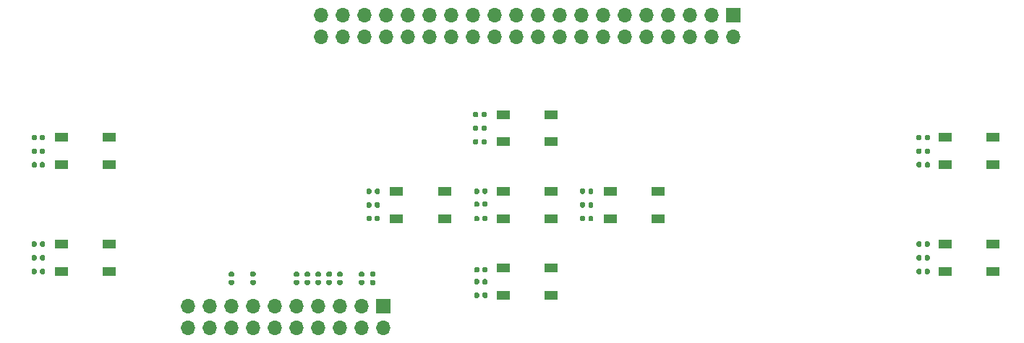
<source format=gbr>
%TF.GenerationSoftware,KiCad,Pcbnew,(5.1.6)-1*%
%TF.CreationDate,2020-11-03T20:56:16+09:00*%
%TF.ProjectId,FlightComputer-Keypad,466c6967-6874-4436-9f6d-70757465722d,rev?*%
%TF.SameCoordinates,Original*%
%TF.FileFunction,Soldermask,Top*%
%TF.FilePolarity,Negative*%
%FSLAX46Y46*%
G04 Gerber Fmt 4.6, Leading zero omitted, Abs format (unit mm)*
G04 Created by KiCad (PCBNEW (5.1.6)-1) date 2020-11-03 20:56:16*
%MOMM*%
%LPD*%
G01*
G04 APERTURE LIST*
%ADD10O,1.700000X1.700000*%
%ADD11R,1.700000X1.700000*%
%ADD12R,1.600000X1.000000*%
G04 APERTURE END LIST*
D10*
%TO.C,J2*%
X110395000Y-104430000D03*
X110395000Y-101890000D03*
X112935000Y-104430000D03*
X112935000Y-101890000D03*
X115475000Y-104430000D03*
X115475000Y-101890000D03*
X118015000Y-104430000D03*
X118015000Y-101890000D03*
X120555000Y-104430000D03*
X120555000Y-101890000D03*
X123095000Y-104430000D03*
X123095000Y-101890000D03*
X125635000Y-104430000D03*
X125635000Y-101890000D03*
X128175000Y-104430000D03*
X128175000Y-101890000D03*
X130715000Y-104430000D03*
X130715000Y-101890000D03*
X133255000Y-104430000D03*
D11*
X133255000Y-101890000D03*
%TD*%
D12*
%TO.C,SW3*%
X134825000Y-91650000D03*
X134825000Y-88450000D03*
X140425000Y-91650000D03*
X140425000Y-88450000D03*
%TD*%
%TO.C,SW9*%
X95575000Y-97850000D03*
X95575000Y-94650000D03*
X101175000Y-97850000D03*
X101175000Y-94650000D03*
%TD*%
%TO.C,SW8*%
X95575000Y-85350000D03*
X95575000Y-82150000D03*
X101175000Y-85350000D03*
X101175000Y-82150000D03*
%TD*%
%TO.C,SW7*%
X199075000Y-97850000D03*
X199075000Y-94650000D03*
X204675000Y-97850000D03*
X204675000Y-94650000D03*
%TD*%
%TO.C,SW6*%
X199075000Y-85350000D03*
X199075000Y-82150000D03*
X204675000Y-85350000D03*
X204675000Y-82150000D03*
%TD*%
%TO.C,SW5*%
X147325000Y-91650000D03*
X147325000Y-88450000D03*
X152925000Y-91650000D03*
X152925000Y-88450000D03*
%TD*%
%TO.C,SW4*%
X159825000Y-91650000D03*
X159825000Y-88450000D03*
X165425000Y-91650000D03*
X165425000Y-88450000D03*
%TD*%
%TO.C,SW2*%
X147325000Y-100650000D03*
X147325000Y-97450000D03*
X152925000Y-100650000D03*
X152925000Y-97450000D03*
%TD*%
%TO.C,SW1*%
X147325000Y-82650000D03*
X147325000Y-79450000D03*
X152925000Y-82650000D03*
X152925000Y-79450000D03*
%TD*%
%TO.C,R27*%
G36*
G01*
X124202500Y-98840000D02*
X124547500Y-98840000D01*
G75*
G02*
X124695000Y-98987500I0J-147500D01*
G01*
X124695000Y-99282500D01*
G75*
G02*
X124547500Y-99430000I-147500J0D01*
G01*
X124202500Y-99430000D01*
G75*
G02*
X124055000Y-99282500I0J147500D01*
G01*
X124055000Y-98987500D01*
G75*
G02*
X124202500Y-98840000I147500J0D01*
G01*
G37*
G36*
G01*
X124202500Y-97870000D02*
X124547500Y-97870000D01*
G75*
G02*
X124695000Y-98017500I0J-147500D01*
G01*
X124695000Y-98312500D01*
G75*
G02*
X124547500Y-98460000I-147500J0D01*
G01*
X124202500Y-98460000D01*
G75*
G02*
X124055000Y-98312500I0J147500D01*
G01*
X124055000Y-98017500D01*
G75*
G02*
X124202500Y-97870000I147500J0D01*
G01*
G37*
%TD*%
%TO.C,R26*%
G36*
G01*
X115312500Y-98840000D02*
X115657500Y-98840000D01*
G75*
G02*
X115805000Y-98987500I0J-147500D01*
G01*
X115805000Y-99282500D01*
G75*
G02*
X115657500Y-99430000I-147500J0D01*
G01*
X115312500Y-99430000D01*
G75*
G02*
X115165000Y-99282500I0J147500D01*
G01*
X115165000Y-98987500D01*
G75*
G02*
X115312500Y-98840000I147500J0D01*
G01*
G37*
G36*
G01*
X115312500Y-97870000D02*
X115657500Y-97870000D01*
G75*
G02*
X115805000Y-98017500I0J-147500D01*
G01*
X115805000Y-98312500D01*
G75*
G02*
X115657500Y-98460000I-147500J0D01*
G01*
X115312500Y-98460000D01*
G75*
G02*
X115165000Y-98312500I0J147500D01*
G01*
X115165000Y-98017500D01*
G75*
G02*
X115312500Y-97870000I147500J0D01*
G01*
G37*
%TD*%
%TO.C,R25*%
G36*
G01*
X117832500Y-98840000D02*
X118177500Y-98840000D01*
G75*
G02*
X118325000Y-98987500I0J-147500D01*
G01*
X118325000Y-99282500D01*
G75*
G02*
X118177500Y-99430000I-147500J0D01*
G01*
X117832500Y-99430000D01*
G75*
G02*
X117685000Y-99282500I0J147500D01*
G01*
X117685000Y-98987500D01*
G75*
G02*
X117832500Y-98840000I147500J0D01*
G01*
G37*
G36*
G01*
X117832500Y-97870000D02*
X118177500Y-97870000D01*
G75*
G02*
X118325000Y-98017500I0J-147500D01*
G01*
X118325000Y-98312500D01*
G75*
G02*
X118177500Y-98460000I-147500J0D01*
G01*
X117832500Y-98460000D01*
G75*
G02*
X117685000Y-98312500I0J147500D01*
G01*
X117685000Y-98017500D01*
G75*
G02*
X117832500Y-97870000I147500J0D01*
G01*
G37*
%TD*%
%TO.C,R24*%
G36*
G01*
X122922500Y-98840000D02*
X123267500Y-98840000D01*
G75*
G02*
X123415000Y-98987500I0J-147500D01*
G01*
X123415000Y-99282500D01*
G75*
G02*
X123267500Y-99430000I-147500J0D01*
G01*
X122922500Y-99430000D01*
G75*
G02*
X122775000Y-99282500I0J147500D01*
G01*
X122775000Y-98987500D01*
G75*
G02*
X122922500Y-98840000I147500J0D01*
G01*
G37*
G36*
G01*
X122922500Y-97870000D02*
X123267500Y-97870000D01*
G75*
G02*
X123415000Y-98017500I0J-147500D01*
G01*
X123415000Y-98312500D01*
G75*
G02*
X123267500Y-98460000I-147500J0D01*
G01*
X122922500Y-98460000D01*
G75*
G02*
X122775000Y-98312500I0J147500D01*
G01*
X122775000Y-98017500D01*
G75*
G02*
X122922500Y-97870000I147500J0D01*
G01*
G37*
%TD*%
%TO.C,R23*%
G36*
G01*
X125477500Y-98840000D02*
X125822500Y-98840000D01*
G75*
G02*
X125970000Y-98987500I0J-147500D01*
G01*
X125970000Y-99282500D01*
G75*
G02*
X125822500Y-99430000I-147500J0D01*
G01*
X125477500Y-99430000D01*
G75*
G02*
X125330000Y-99282500I0J147500D01*
G01*
X125330000Y-98987500D01*
G75*
G02*
X125477500Y-98840000I147500J0D01*
G01*
G37*
G36*
G01*
X125477500Y-97870000D02*
X125822500Y-97870000D01*
G75*
G02*
X125970000Y-98017500I0J-147500D01*
G01*
X125970000Y-98312500D01*
G75*
G02*
X125822500Y-98460000I-147500J0D01*
G01*
X125477500Y-98460000D01*
G75*
G02*
X125330000Y-98312500I0J147500D01*
G01*
X125330000Y-98017500D01*
G75*
G02*
X125477500Y-97870000I147500J0D01*
G01*
G37*
%TD*%
%TO.C,R22*%
G36*
G01*
X128002500Y-98840000D02*
X128347500Y-98840000D01*
G75*
G02*
X128495000Y-98987500I0J-147500D01*
G01*
X128495000Y-99282500D01*
G75*
G02*
X128347500Y-99430000I-147500J0D01*
G01*
X128002500Y-99430000D01*
G75*
G02*
X127855000Y-99282500I0J147500D01*
G01*
X127855000Y-98987500D01*
G75*
G02*
X128002500Y-98840000I147500J0D01*
G01*
G37*
G36*
G01*
X128002500Y-97870000D02*
X128347500Y-97870000D01*
G75*
G02*
X128495000Y-98017500I0J-147500D01*
G01*
X128495000Y-98312500D01*
G75*
G02*
X128347500Y-98460000I-147500J0D01*
G01*
X128002500Y-98460000D01*
G75*
G02*
X127855000Y-98312500I0J147500D01*
G01*
X127855000Y-98017500D01*
G75*
G02*
X128002500Y-97870000I147500J0D01*
G01*
G37*
%TD*%
%TO.C,R21*%
G36*
G01*
X130552500Y-98850000D02*
X130897500Y-98850000D01*
G75*
G02*
X131045000Y-98997500I0J-147500D01*
G01*
X131045000Y-99292500D01*
G75*
G02*
X130897500Y-99440000I-147500J0D01*
G01*
X130552500Y-99440000D01*
G75*
G02*
X130405000Y-99292500I0J147500D01*
G01*
X130405000Y-98997500D01*
G75*
G02*
X130552500Y-98850000I147500J0D01*
G01*
G37*
G36*
G01*
X130552500Y-97880000D02*
X130897500Y-97880000D01*
G75*
G02*
X131045000Y-98027500I0J-147500D01*
G01*
X131045000Y-98322500D01*
G75*
G02*
X130897500Y-98470000I-147500J0D01*
G01*
X130552500Y-98470000D01*
G75*
G02*
X130405000Y-98322500I0J147500D01*
G01*
X130405000Y-98027500D01*
G75*
G02*
X130552500Y-97880000I147500J0D01*
G01*
G37*
%TD*%
%TO.C,R20*%
G36*
G01*
X132197500Y-98460000D02*
X131852500Y-98460000D01*
G75*
G02*
X131705000Y-98312500I0J147500D01*
G01*
X131705000Y-98017500D01*
G75*
G02*
X131852500Y-97870000I147500J0D01*
G01*
X132197500Y-97870000D01*
G75*
G02*
X132345000Y-98017500I0J-147500D01*
G01*
X132345000Y-98312500D01*
G75*
G02*
X132197500Y-98460000I-147500J0D01*
G01*
G37*
G36*
G01*
X132197500Y-99430000D02*
X131852500Y-99430000D01*
G75*
G02*
X131705000Y-99282500I0J147500D01*
G01*
X131705000Y-98987500D01*
G75*
G02*
X131852500Y-98840000I147500J0D01*
G01*
X132197500Y-98840000D01*
G75*
G02*
X132345000Y-98987500I0J-147500D01*
G01*
X132345000Y-99282500D01*
G75*
G02*
X132197500Y-99430000I-147500J0D01*
G01*
G37*
%TD*%
%TO.C,R19*%
G36*
G01*
X126752500Y-98840000D02*
X127097500Y-98840000D01*
G75*
G02*
X127245000Y-98987500I0J-147500D01*
G01*
X127245000Y-99282500D01*
G75*
G02*
X127097500Y-99430000I-147500J0D01*
G01*
X126752500Y-99430000D01*
G75*
G02*
X126605000Y-99282500I0J147500D01*
G01*
X126605000Y-98987500D01*
G75*
G02*
X126752500Y-98840000I147500J0D01*
G01*
G37*
G36*
G01*
X126752500Y-97870000D02*
X127097500Y-97870000D01*
G75*
G02*
X127245000Y-98017500I0J-147500D01*
G01*
X127245000Y-98312500D01*
G75*
G02*
X127097500Y-98460000I-147500J0D01*
G01*
X126752500Y-98460000D01*
G75*
G02*
X126605000Y-98312500I0J147500D01*
G01*
X126605000Y-98017500D01*
G75*
G02*
X126752500Y-97870000I147500J0D01*
G01*
G37*
%TD*%
%TO.C,R18*%
G36*
G01*
X93065000Y-96422500D02*
X93065000Y-96077500D01*
G75*
G02*
X93212500Y-95930000I147500J0D01*
G01*
X93507500Y-95930000D01*
G75*
G02*
X93655000Y-96077500I0J-147500D01*
G01*
X93655000Y-96422500D01*
G75*
G02*
X93507500Y-96570000I-147500J0D01*
G01*
X93212500Y-96570000D01*
G75*
G02*
X93065000Y-96422500I0J147500D01*
G01*
G37*
G36*
G01*
X92095000Y-96422500D02*
X92095000Y-96077500D01*
G75*
G02*
X92242500Y-95930000I147500J0D01*
G01*
X92537500Y-95930000D01*
G75*
G02*
X92685000Y-96077500I0J-147500D01*
G01*
X92685000Y-96422500D01*
G75*
G02*
X92537500Y-96570000I-147500J0D01*
G01*
X92242500Y-96570000D01*
G75*
G02*
X92095000Y-96422500I0J147500D01*
G01*
G37*
%TD*%
%TO.C,R17*%
G36*
G01*
X93065000Y-83922500D02*
X93065000Y-83577500D01*
G75*
G02*
X93212500Y-83430000I147500J0D01*
G01*
X93507500Y-83430000D01*
G75*
G02*
X93655000Y-83577500I0J-147500D01*
G01*
X93655000Y-83922500D01*
G75*
G02*
X93507500Y-84070000I-147500J0D01*
G01*
X93212500Y-84070000D01*
G75*
G02*
X93065000Y-83922500I0J147500D01*
G01*
G37*
G36*
G01*
X92095000Y-83922500D02*
X92095000Y-83577500D01*
G75*
G02*
X92242500Y-83430000I147500J0D01*
G01*
X92537500Y-83430000D01*
G75*
G02*
X92685000Y-83577500I0J-147500D01*
G01*
X92685000Y-83922500D01*
G75*
G02*
X92537500Y-84070000I-147500J0D01*
G01*
X92242500Y-84070000D01*
G75*
G02*
X92095000Y-83922500I0J147500D01*
G01*
G37*
%TD*%
%TO.C,R16*%
G36*
G01*
X196665000Y-96422500D02*
X196665000Y-96077500D01*
G75*
G02*
X196812500Y-95930000I147500J0D01*
G01*
X197107500Y-95930000D01*
G75*
G02*
X197255000Y-96077500I0J-147500D01*
G01*
X197255000Y-96422500D01*
G75*
G02*
X197107500Y-96570000I-147500J0D01*
G01*
X196812500Y-96570000D01*
G75*
G02*
X196665000Y-96422500I0J147500D01*
G01*
G37*
G36*
G01*
X195695000Y-96422500D02*
X195695000Y-96077500D01*
G75*
G02*
X195842500Y-95930000I147500J0D01*
G01*
X196137500Y-95930000D01*
G75*
G02*
X196285000Y-96077500I0J-147500D01*
G01*
X196285000Y-96422500D01*
G75*
G02*
X196137500Y-96570000I-147500J0D01*
G01*
X195842500Y-96570000D01*
G75*
G02*
X195695000Y-96422500I0J147500D01*
G01*
G37*
%TD*%
%TO.C,R15*%
G36*
G01*
X196665000Y-83922500D02*
X196665000Y-83577500D01*
G75*
G02*
X196812500Y-83430000I147500J0D01*
G01*
X197107500Y-83430000D01*
G75*
G02*
X197255000Y-83577500I0J-147500D01*
G01*
X197255000Y-83922500D01*
G75*
G02*
X197107500Y-84070000I-147500J0D01*
G01*
X196812500Y-84070000D01*
G75*
G02*
X196665000Y-83922500I0J147500D01*
G01*
G37*
G36*
G01*
X195695000Y-83922500D02*
X195695000Y-83577500D01*
G75*
G02*
X195842500Y-83430000I147500J0D01*
G01*
X196137500Y-83430000D01*
G75*
G02*
X196285000Y-83577500I0J-147500D01*
G01*
X196285000Y-83922500D01*
G75*
G02*
X196137500Y-84070000I-147500J0D01*
G01*
X195842500Y-84070000D01*
G75*
G02*
X195695000Y-83922500I0J147500D01*
G01*
G37*
%TD*%
%TO.C,R14*%
G36*
G01*
X92685000Y-94477500D02*
X92685000Y-94822500D01*
G75*
G02*
X92537500Y-94970000I-147500J0D01*
G01*
X92242500Y-94970000D01*
G75*
G02*
X92095000Y-94822500I0J147500D01*
G01*
X92095000Y-94477500D01*
G75*
G02*
X92242500Y-94330000I147500J0D01*
G01*
X92537500Y-94330000D01*
G75*
G02*
X92685000Y-94477500I0J-147500D01*
G01*
G37*
G36*
G01*
X93655000Y-94477500D02*
X93655000Y-94822500D01*
G75*
G02*
X93507500Y-94970000I-147500J0D01*
G01*
X93212500Y-94970000D01*
G75*
G02*
X93065000Y-94822500I0J147500D01*
G01*
X93065000Y-94477500D01*
G75*
G02*
X93212500Y-94330000I147500J0D01*
G01*
X93507500Y-94330000D01*
G75*
G02*
X93655000Y-94477500I0J-147500D01*
G01*
G37*
%TD*%
%TO.C,R13*%
G36*
G01*
X92685000Y-81977500D02*
X92685000Y-82322500D01*
G75*
G02*
X92537500Y-82470000I-147500J0D01*
G01*
X92242500Y-82470000D01*
G75*
G02*
X92095000Y-82322500I0J147500D01*
G01*
X92095000Y-81977500D01*
G75*
G02*
X92242500Y-81830000I147500J0D01*
G01*
X92537500Y-81830000D01*
G75*
G02*
X92685000Y-81977500I0J-147500D01*
G01*
G37*
G36*
G01*
X93655000Y-81977500D02*
X93655000Y-82322500D01*
G75*
G02*
X93507500Y-82470000I-147500J0D01*
G01*
X93212500Y-82470000D01*
G75*
G02*
X93065000Y-82322500I0J147500D01*
G01*
X93065000Y-81977500D01*
G75*
G02*
X93212500Y-81830000I147500J0D01*
G01*
X93507500Y-81830000D01*
G75*
G02*
X93655000Y-81977500I0J-147500D01*
G01*
G37*
%TD*%
%TO.C,R12*%
G36*
G01*
X196285000Y-94477500D02*
X196285000Y-94822500D01*
G75*
G02*
X196137500Y-94970000I-147500J0D01*
G01*
X195842500Y-94970000D01*
G75*
G02*
X195695000Y-94822500I0J147500D01*
G01*
X195695000Y-94477500D01*
G75*
G02*
X195842500Y-94330000I147500J0D01*
G01*
X196137500Y-94330000D01*
G75*
G02*
X196285000Y-94477500I0J-147500D01*
G01*
G37*
G36*
G01*
X197255000Y-94477500D02*
X197255000Y-94822500D01*
G75*
G02*
X197107500Y-94970000I-147500J0D01*
G01*
X196812500Y-94970000D01*
G75*
G02*
X196665000Y-94822500I0J147500D01*
G01*
X196665000Y-94477500D01*
G75*
G02*
X196812500Y-94330000I147500J0D01*
G01*
X197107500Y-94330000D01*
G75*
G02*
X197255000Y-94477500I0J-147500D01*
G01*
G37*
%TD*%
%TO.C,R11*%
G36*
G01*
X196285000Y-81977500D02*
X196285000Y-82322500D01*
G75*
G02*
X196137500Y-82470000I-147500J0D01*
G01*
X195842500Y-82470000D01*
G75*
G02*
X195695000Y-82322500I0J147500D01*
G01*
X195695000Y-81977500D01*
G75*
G02*
X195842500Y-81830000I147500J0D01*
G01*
X196137500Y-81830000D01*
G75*
G02*
X196285000Y-81977500I0J-147500D01*
G01*
G37*
G36*
G01*
X197255000Y-81977500D02*
X197255000Y-82322500D01*
G75*
G02*
X197107500Y-82470000I-147500J0D01*
G01*
X196812500Y-82470000D01*
G75*
G02*
X196665000Y-82322500I0J147500D01*
G01*
X196665000Y-81977500D01*
G75*
G02*
X196812500Y-81830000I147500J0D01*
G01*
X197107500Y-81830000D01*
G75*
G02*
X197255000Y-81977500I0J-147500D01*
G01*
G37*
%TD*%
%TO.C,R10*%
G36*
G01*
X144865000Y-90122500D02*
X144865000Y-89777500D01*
G75*
G02*
X145012500Y-89630000I147500J0D01*
G01*
X145307500Y-89630000D01*
G75*
G02*
X145455000Y-89777500I0J-147500D01*
G01*
X145455000Y-90122500D01*
G75*
G02*
X145307500Y-90270000I-147500J0D01*
G01*
X145012500Y-90270000D01*
G75*
G02*
X144865000Y-90122500I0J147500D01*
G01*
G37*
G36*
G01*
X143895000Y-90122500D02*
X143895000Y-89777500D01*
G75*
G02*
X144042500Y-89630000I147500J0D01*
G01*
X144337500Y-89630000D01*
G75*
G02*
X144485000Y-89777500I0J-147500D01*
G01*
X144485000Y-90122500D01*
G75*
G02*
X144337500Y-90270000I-147500J0D01*
G01*
X144042500Y-90270000D01*
G75*
G02*
X143895000Y-90122500I0J147500D01*
G01*
G37*
%TD*%
%TO.C,R9*%
G36*
G01*
X157265000Y-90222500D02*
X157265000Y-89877500D01*
G75*
G02*
X157412500Y-89730000I147500J0D01*
G01*
X157707500Y-89730000D01*
G75*
G02*
X157855000Y-89877500I0J-147500D01*
G01*
X157855000Y-90222500D01*
G75*
G02*
X157707500Y-90370000I-147500J0D01*
G01*
X157412500Y-90370000D01*
G75*
G02*
X157265000Y-90222500I0J147500D01*
G01*
G37*
G36*
G01*
X156295000Y-90222500D02*
X156295000Y-89877500D01*
G75*
G02*
X156442500Y-89730000I147500J0D01*
G01*
X156737500Y-89730000D01*
G75*
G02*
X156885000Y-89877500I0J-147500D01*
G01*
X156885000Y-90222500D01*
G75*
G02*
X156737500Y-90370000I-147500J0D01*
G01*
X156442500Y-90370000D01*
G75*
G02*
X156295000Y-90222500I0J147500D01*
G01*
G37*
%TD*%
%TO.C,R8*%
G36*
G01*
X132265000Y-90222500D02*
X132265000Y-89877500D01*
G75*
G02*
X132412500Y-89730000I147500J0D01*
G01*
X132707500Y-89730000D01*
G75*
G02*
X132855000Y-89877500I0J-147500D01*
G01*
X132855000Y-90222500D01*
G75*
G02*
X132707500Y-90370000I-147500J0D01*
G01*
X132412500Y-90370000D01*
G75*
G02*
X132265000Y-90222500I0J147500D01*
G01*
G37*
G36*
G01*
X131295000Y-90222500D02*
X131295000Y-89877500D01*
G75*
G02*
X131442500Y-89730000I147500J0D01*
G01*
X131737500Y-89730000D01*
G75*
G02*
X131885000Y-89877500I0J-147500D01*
G01*
X131885000Y-90222500D01*
G75*
G02*
X131737500Y-90370000I-147500J0D01*
G01*
X131442500Y-90370000D01*
G75*
G02*
X131295000Y-90222500I0J147500D01*
G01*
G37*
%TD*%
%TO.C,R7*%
G36*
G01*
X144865000Y-99222500D02*
X144865000Y-98877500D01*
G75*
G02*
X145012500Y-98730000I147500J0D01*
G01*
X145307500Y-98730000D01*
G75*
G02*
X145455000Y-98877500I0J-147500D01*
G01*
X145455000Y-99222500D01*
G75*
G02*
X145307500Y-99370000I-147500J0D01*
G01*
X145012500Y-99370000D01*
G75*
G02*
X144865000Y-99222500I0J147500D01*
G01*
G37*
G36*
G01*
X143895000Y-99222500D02*
X143895000Y-98877500D01*
G75*
G02*
X144042500Y-98730000I147500J0D01*
G01*
X144337500Y-98730000D01*
G75*
G02*
X144485000Y-98877500I0J-147500D01*
G01*
X144485000Y-99222500D01*
G75*
G02*
X144337500Y-99370000I-147500J0D01*
G01*
X144042500Y-99370000D01*
G75*
G02*
X143895000Y-99222500I0J147500D01*
G01*
G37*
%TD*%
%TO.C,R6*%
G36*
G01*
X144765000Y-81222500D02*
X144765000Y-80877500D01*
G75*
G02*
X144912500Y-80730000I147500J0D01*
G01*
X145207500Y-80730000D01*
G75*
G02*
X145355000Y-80877500I0J-147500D01*
G01*
X145355000Y-81222500D01*
G75*
G02*
X145207500Y-81370000I-147500J0D01*
G01*
X144912500Y-81370000D01*
G75*
G02*
X144765000Y-81222500I0J147500D01*
G01*
G37*
G36*
G01*
X143795000Y-81222500D02*
X143795000Y-80877500D01*
G75*
G02*
X143942500Y-80730000I147500J0D01*
G01*
X144237500Y-80730000D01*
G75*
G02*
X144385000Y-80877500I0J-147500D01*
G01*
X144385000Y-81222500D01*
G75*
G02*
X144237500Y-81370000I-147500J0D01*
G01*
X143942500Y-81370000D01*
G75*
G02*
X143795000Y-81222500I0J147500D01*
G01*
G37*
%TD*%
%TO.C,R5*%
G36*
G01*
X144485000Y-88277500D02*
X144485000Y-88622500D01*
G75*
G02*
X144337500Y-88770000I-147500J0D01*
G01*
X144042500Y-88770000D01*
G75*
G02*
X143895000Y-88622500I0J147500D01*
G01*
X143895000Y-88277500D01*
G75*
G02*
X144042500Y-88130000I147500J0D01*
G01*
X144337500Y-88130000D01*
G75*
G02*
X144485000Y-88277500I0J-147500D01*
G01*
G37*
G36*
G01*
X145455000Y-88277500D02*
X145455000Y-88622500D01*
G75*
G02*
X145307500Y-88770000I-147500J0D01*
G01*
X145012500Y-88770000D01*
G75*
G02*
X144865000Y-88622500I0J147500D01*
G01*
X144865000Y-88277500D01*
G75*
G02*
X145012500Y-88130000I147500J0D01*
G01*
X145307500Y-88130000D01*
G75*
G02*
X145455000Y-88277500I0J-147500D01*
G01*
G37*
%TD*%
%TO.C,R4*%
G36*
G01*
X156885000Y-88277500D02*
X156885000Y-88622500D01*
G75*
G02*
X156737500Y-88770000I-147500J0D01*
G01*
X156442500Y-88770000D01*
G75*
G02*
X156295000Y-88622500I0J147500D01*
G01*
X156295000Y-88277500D01*
G75*
G02*
X156442500Y-88130000I147500J0D01*
G01*
X156737500Y-88130000D01*
G75*
G02*
X156885000Y-88277500I0J-147500D01*
G01*
G37*
G36*
G01*
X157855000Y-88277500D02*
X157855000Y-88622500D01*
G75*
G02*
X157707500Y-88770000I-147500J0D01*
G01*
X157412500Y-88770000D01*
G75*
G02*
X157265000Y-88622500I0J147500D01*
G01*
X157265000Y-88277500D01*
G75*
G02*
X157412500Y-88130000I147500J0D01*
G01*
X157707500Y-88130000D01*
G75*
G02*
X157855000Y-88277500I0J-147500D01*
G01*
G37*
%TD*%
%TO.C,R3*%
G36*
G01*
X131885000Y-88277500D02*
X131885000Y-88622500D01*
G75*
G02*
X131737500Y-88770000I-147500J0D01*
G01*
X131442500Y-88770000D01*
G75*
G02*
X131295000Y-88622500I0J147500D01*
G01*
X131295000Y-88277500D01*
G75*
G02*
X131442500Y-88130000I147500J0D01*
G01*
X131737500Y-88130000D01*
G75*
G02*
X131885000Y-88277500I0J-147500D01*
G01*
G37*
G36*
G01*
X132855000Y-88277500D02*
X132855000Y-88622500D01*
G75*
G02*
X132707500Y-88770000I-147500J0D01*
G01*
X132412500Y-88770000D01*
G75*
G02*
X132265000Y-88622500I0J147500D01*
G01*
X132265000Y-88277500D01*
G75*
G02*
X132412500Y-88130000I147500J0D01*
G01*
X132707500Y-88130000D01*
G75*
G02*
X132855000Y-88277500I0J-147500D01*
G01*
G37*
%TD*%
%TO.C,R2*%
G36*
G01*
X144485000Y-97477500D02*
X144485000Y-97822500D01*
G75*
G02*
X144337500Y-97970000I-147500J0D01*
G01*
X144042500Y-97970000D01*
G75*
G02*
X143895000Y-97822500I0J147500D01*
G01*
X143895000Y-97477500D01*
G75*
G02*
X144042500Y-97330000I147500J0D01*
G01*
X144337500Y-97330000D01*
G75*
G02*
X144485000Y-97477500I0J-147500D01*
G01*
G37*
G36*
G01*
X145455000Y-97477500D02*
X145455000Y-97822500D01*
G75*
G02*
X145307500Y-97970000I-147500J0D01*
G01*
X145012500Y-97970000D01*
G75*
G02*
X144865000Y-97822500I0J147500D01*
G01*
X144865000Y-97477500D01*
G75*
G02*
X145012500Y-97330000I147500J0D01*
G01*
X145307500Y-97330000D01*
G75*
G02*
X145455000Y-97477500I0J-147500D01*
G01*
G37*
%TD*%
%TO.C,R1*%
G36*
G01*
X144385000Y-79277500D02*
X144385000Y-79622500D01*
G75*
G02*
X144237500Y-79770000I-147500J0D01*
G01*
X143942500Y-79770000D01*
G75*
G02*
X143795000Y-79622500I0J147500D01*
G01*
X143795000Y-79277500D01*
G75*
G02*
X143942500Y-79130000I147500J0D01*
G01*
X144237500Y-79130000D01*
G75*
G02*
X144385000Y-79277500I0J-147500D01*
G01*
G37*
G36*
G01*
X145355000Y-79277500D02*
X145355000Y-79622500D01*
G75*
G02*
X145207500Y-79770000I-147500J0D01*
G01*
X144912500Y-79770000D01*
G75*
G02*
X144765000Y-79622500I0J147500D01*
G01*
X144765000Y-79277500D01*
G75*
G02*
X144912500Y-79130000I147500J0D01*
G01*
X145207500Y-79130000D01*
G75*
G02*
X145355000Y-79277500I0J-147500D01*
G01*
G37*
%TD*%
D10*
%TO.C,J1*%
X125995000Y-70330000D03*
X125995000Y-67790000D03*
X128535000Y-70330000D03*
X128535000Y-67790000D03*
X131075000Y-70330000D03*
X131075000Y-67790000D03*
X133615000Y-70330000D03*
X133615000Y-67790000D03*
X136155000Y-70330000D03*
X136155000Y-67790000D03*
X138695000Y-70330000D03*
X138695000Y-67790000D03*
X141235000Y-70330000D03*
X141235000Y-67790000D03*
X143775000Y-70330000D03*
X143775000Y-67790000D03*
X146315000Y-70330000D03*
X146315000Y-67790000D03*
X148855000Y-70330000D03*
X148855000Y-67790000D03*
X151395000Y-70330000D03*
X151395000Y-67790000D03*
X153935000Y-70330000D03*
X153935000Y-67790000D03*
X156475000Y-70330000D03*
X156475000Y-67790000D03*
X159015000Y-70330000D03*
X159015000Y-67790000D03*
X161555000Y-70330000D03*
X161555000Y-67790000D03*
X164095000Y-70330000D03*
X164095000Y-67790000D03*
X166635000Y-70330000D03*
X166635000Y-67790000D03*
X169175000Y-70330000D03*
X169175000Y-67790000D03*
X171715000Y-70330000D03*
X171715000Y-67790000D03*
X174255000Y-70330000D03*
D11*
X174255000Y-67790000D03*
%TD*%
%TO.C,C9*%
G36*
G01*
X92685000Y-97677500D02*
X92685000Y-98022500D01*
G75*
G02*
X92537500Y-98170000I-147500J0D01*
G01*
X92242500Y-98170000D01*
G75*
G02*
X92095000Y-98022500I0J147500D01*
G01*
X92095000Y-97677500D01*
G75*
G02*
X92242500Y-97530000I147500J0D01*
G01*
X92537500Y-97530000D01*
G75*
G02*
X92685000Y-97677500I0J-147500D01*
G01*
G37*
G36*
G01*
X93655000Y-97677500D02*
X93655000Y-98022500D01*
G75*
G02*
X93507500Y-98170000I-147500J0D01*
G01*
X93212500Y-98170000D01*
G75*
G02*
X93065000Y-98022500I0J147500D01*
G01*
X93065000Y-97677500D01*
G75*
G02*
X93212500Y-97530000I147500J0D01*
G01*
X93507500Y-97530000D01*
G75*
G02*
X93655000Y-97677500I0J-147500D01*
G01*
G37*
%TD*%
%TO.C,C8*%
G36*
G01*
X92685000Y-85177500D02*
X92685000Y-85522500D01*
G75*
G02*
X92537500Y-85670000I-147500J0D01*
G01*
X92242500Y-85670000D01*
G75*
G02*
X92095000Y-85522500I0J147500D01*
G01*
X92095000Y-85177500D01*
G75*
G02*
X92242500Y-85030000I147500J0D01*
G01*
X92537500Y-85030000D01*
G75*
G02*
X92685000Y-85177500I0J-147500D01*
G01*
G37*
G36*
G01*
X93655000Y-85177500D02*
X93655000Y-85522500D01*
G75*
G02*
X93507500Y-85670000I-147500J0D01*
G01*
X93212500Y-85670000D01*
G75*
G02*
X93065000Y-85522500I0J147500D01*
G01*
X93065000Y-85177500D01*
G75*
G02*
X93212500Y-85030000I147500J0D01*
G01*
X93507500Y-85030000D01*
G75*
G02*
X93655000Y-85177500I0J-147500D01*
G01*
G37*
%TD*%
%TO.C,C7*%
G36*
G01*
X196285000Y-97677500D02*
X196285000Y-98022500D01*
G75*
G02*
X196137500Y-98170000I-147500J0D01*
G01*
X195842500Y-98170000D01*
G75*
G02*
X195695000Y-98022500I0J147500D01*
G01*
X195695000Y-97677500D01*
G75*
G02*
X195842500Y-97530000I147500J0D01*
G01*
X196137500Y-97530000D01*
G75*
G02*
X196285000Y-97677500I0J-147500D01*
G01*
G37*
G36*
G01*
X197255000Y-97677500D02*
X197255000Y-98022500D01*
G75*
G02*
X197107500Y-98170000I-147500J0D01*
G01*
X196812500Y-98170000D01*
G75*
G02*
X196665000Y-98022500I0J147500D01*
G01*
X196665000Y-97677500D01*
G75*
G02*
X196812500Y-97530000I147500J0D01*
G01*
X197107500Y-97530000D01*
G75*
G02*
X197255000Y-97677500I0J-147500D01*
G01*
G37*
%TD*%
%TO.C,C6*%
G36*
G01*
X196285000Y-85177500D02*
X196285000Y-85522500D01*
G75*
G02*
X196137500Y-85670000I-147500J0D01*
G01*
X195842500Y-85670000D01*
G75*
G02*
X195695000Y-85522500I0J147500D01*
G01*
X195695000Y-85177500D01*
G75*
G02*
X195842500Y-85030000I147500J0D01*
G01*
X196137500Y-85030000D01*
G75*
G02*
X196285000Y-85177500I0J-147500D01*
G01*
G37*
G36*
G01*
X197255000Y-85177500D02*
X197255000Y-85522500D01*
G75*
G02*
X197107500Y-85670000I-147500J0D01*
G01*
X196812500Y-85670000D01*
G75*
G02*
X196665000Y-85522500I0J147500D01*
G01*
X196665000Y-85177500D01*
G75*
G02*
X196812500Y-85030000I147500J0D01*
G01*
X197107500Y-85030000D01*
G75*
G02*
X197255000Y-85177500I0J-147500D01*
G01*
G37*
%TD*%
%TO.C,C5*%
G36*
G01*
X144485000Y-91477500D02*
X144485000Y-91822500D01*
G75*
G02*
X144337500Y-91970000I-147500J0D01*
G01*
X144042500Y-91970000D01*
G75*
G02*
X143895000Y-91822500I0J147500D01*
G01*
X143895000Y-91477500D01*
G75*
G02*
X144042500Y-91330000I147500J0D01*
G01*
X144337500Y-91330000D01*
G75*
G02*
X144485000Y-91477500I0J-147500D01*
G01*
G37*
G36*
G01*
X145455000Y-91477500D02*
X145455000Y-91822500D01*
G75*
G02*
X145307500Y-91970000I-147500J0D01*
G01*
X145012500Y-91970000D01*
G75*
G02*
X144865000Y-91822500I0J147500D01*
G01*
X144865000Y-91477500D01*
G75*
G02*
X145012500Y-91330000I147500J0D01*
G01*
X145307500Y-91330000D01*
G75*
G02*
X145455000Y-91477500I0J-147500D01*
G01*
G37*
%TD*%
%TO.C,C4*%
G36*
G01*
X156885000Y-91477500D02*
X156885000Y-91822500D01*
G75*
G02*
X156737500Y-91970000I-147500J0D01*
G01*
X156442500Y-91970000D01*
G75*
G02*
X156295000Y-91822500I0J147500D01*
G01*
X156295000Y-91477500D01*
G75*
G02*
X156442500Y-91330000I147500J0D01*
G01*
X156737500Y-91330000D01*
G75*
G02*
X156885000Y-91477500I0J-147500D01*
G01*
G37*
G36*
G01*
X157855000Y-91477500D02*
X157855000Y-91822500D01*
G75*
G02*
X157707500Y-91970000I-147500J0D01*
G01*
X157412500Y-91970000D01*
G75*
G02*
X157265000Y-91822500I0J147500D01*
G01*
X157265000Y-91477500D01*
G75*
G02*
X157412500Y-91330000I147500J0D01*
G01*
X157707500Y-91330000D01*
G75*
G02*
X157855000Y-91477500I0J-147500D01*
G01*
G37*
%TD*%
%TO.C,C3*%
G36*
G01*
X131885000Y-91477500D02*
X131885000Y-91822500D01*
G75*
G02*
X131737500Y-91970000I-147500J0D01*
G01*
X131442500Y-91970000D01*
G75*
G02*
X131295000Y-91822500I0J147500D01*
G01*
X131295000Y-91477500D01*
G75*
G02*
X131442500Y-91330000I147500J0D01*
G01*
X131737500Y-91330000D01*
G75*
G02*
X131885000Y-91477500I0J-147500D01*
G01*
G37*
G36*
G01*
X132855000Y-91477500D02*
X132855000Y-91822500D01*
G75*
G02*
X132707500Y-91970000I-147500J0D01*
G01*
X132412500Y-91970000D01*
G75*
G02*
X132265000Y-91822500I0J147500D01*
G01*
X132265000Y-91477500D01*
G75*
G02*
X132412500Y-91330000I147500J0D01*
G01*
X132707500Y-91330000D01*
G75*
G02*
X132855000Y-91477500I0J-147500D01*
G01*
G37*
%TD*%
%TO.C,C2*%
G36*
G01*
X144485000Y-100477500D02*
X144485000Y-100822500D01*
G75*
G02*
X144337500Y-100970000I-147500J0D01*
G01*
X144042500Y-100970000D01*
G75*
G02*
X143895000Y-100822500I0J147500D01*
G01*
X143895000Y-100477500D01*
G75*
G02*
X144042500Y-100330000I147500J0D01*
G01*
X144337500Y-100330000D01*
G75*
G02*
X144485000Y-100477500I0J-147500D01*
G01*
G37*
G36*
G01*
X145455000Y-100477500D02*
X145455000Y-100822500D01*
G75*
G02*
X145307500Y-100970000I-147500J0D01*
G01*
X145012500Y-100970000D01*
G75*
G02*
X144865000Y-100822500I0J147500D01*
G01*
X144865000Y-100477500D01*
G75*
G02*
X145012500Y-100330000I147500J0D01*
G01*
X145307500Y-100330000D01*
G75*
G02*
X145455000Y-100477500I0J-147500D01*
G01*
G37*
%TD*%
%TO.C,C1*%
G36*
G01*
X144385000Y-82477500D02*
X144385000Y-82822500D01*
G75*
G02*
X144237500Y-82970000I-147500J0D01*
G01*
X143942500Y-82970000D01*
G75*
G02*
X143795000Y-82822500I0J147500D01*
G01*
X143795000Y-82477500D01*
G75*
G02*
X143942500Y-82330000I147500J0D01*
G01*
X144237500Y-82330000D01*
G75*
G02*
X144385000Y-82477500I0J-147500D01*
G01*
G37*
G36*
G01*
X145355000Y-82477500D02*
X145355000Y-82822500D01*
G75*
G02*
X145207500Y-82970000I-147500J0D01*
G01*
X144912500Y-82970000D01*
G75*
G02*
X144765000Y-82822500I0J147500D01*
G01*
X144765000Y-82477500D01*
G75*
G02*
X144912500Y-82330000I147500J0D01*
G01*
X145207500Y-82330000D01*
G75*
G02*
X145355000Y-82477500I0J-147500D01*
G01*
G37*
%TD*%
M02*

</source>
